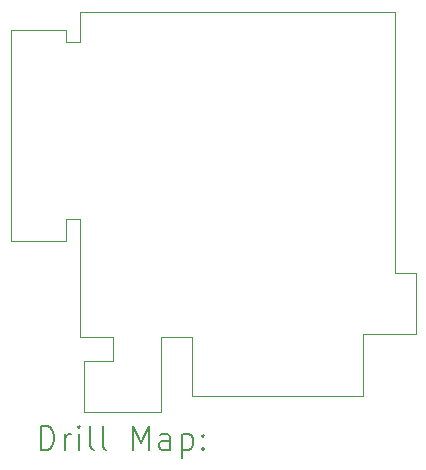
<source format=gbr>
%TF.GenerationSoftware,KiCad,Pcbnew,7.0.7*%
%TF.CreationDate,2024-01-13T12:59:27-05:00*%
%TF.ProjectId,sx7_footprints,7378375f-666f-46f7-9470-72696e74732e,rev?*%
%TF.SameCoordinates,Original*%
%TF.FileFunction,Drillmap*%
%TF.FilePolarity,Positive*%
%FSLAX45Y45*%
G04 Gerber Fmt 4.5, Leading zero omitted, Abs format (unit mm)*
G04 Created by KiCad (PCBNEW 7.0.7) date 2024-01-13 12:59:27*
%MOMM*%
%LPD*%
G01*
G04 APERTURE LIST*
%ADD10C,0.100000*%
%ADD11C,0.200000*%
G04 APERTURE END LIST*
D10*
X13766800Y-9906000D02*
X14033500Y-9906000D01*
X13766800Y-10541000D02*
X13766800Y-9906000D01*
X13119100Y-10541000D02*
X13766800Y-10541000D01*
X13119100Y-10109200D02*
X13119100Y-10541000D01*
X13360400Y-10109200D02*
X13119100Y-10109200D01*
X13360400Y-9906000D02*
X13360400Y-10109200D01*
X13081000Y-9906000D02*
X13360400Y-9906000D01*
X14033500Y-9906000D02*
X14033500Y-10375900D01*
X13081000Y-7150100D02*
X15748000Y-7150100D01*
X12966700Y-7302500D02*
X12496800Y-7302500D01*
X14033500Y-10401300D02*
X14808200Y-10401300D01*
X12966700Y-9093200D02*
X12966700Y-8902700D01*
X12496800Y-9093200D02*
X12966700Y-9093200D01*
X12496800Y-7302500D02*
X12496800Y-7327900D01*
X15481300Y-10172700D02*
X15481300Y-9880600D01*
X15925800Y-9359900D02*
X15748000Y-9359900D01*
X14033500Y-10375900D02*
X14033500Y-10401300D01*
X12966700Y-7302500D02*
X12966700Y-7404100D01*
X14808200Y-10401300D02*
X15481300Y-10401300D01*
X15481300Y-9880600D02*
X15925800Y-9880600D01*
X13081000Y-7404100D02*
X13081000Y-7150100D01*
X13081000Y-8902700D02*
X13081000Y-9906000D01*
X12496800Y-7327900D02*
X12496800Y-9093200D01*
X12966700Y-7404100D02*
X13081000Y-7404100D01*
X12966700Y-8902700D02*
X13081000Y-8902700D01*
X15748000Y-9359900D02*
X15748000Y-7150100D01*
X15481300Y-10401300D02*
X15481300Y-10172700D01*
X15925800Y-9880600D02*
X15925800Y-9359900D01*
D11*
X12752577Y-10857484D02*
X12752577Y-10657484D01*
X12752577Y-10657484D02*
X12800196Y-10657484D01*
X12800196Y-10657484D02*
X12828767Y-10667008D01*
X12828767Y-10667008D02*
X12847815Y-10686055D01*
X12847815Y-10686055D02*
X12857339Y-10705103D01*
X12857339Y-10705103D02*
X12866862Y-10743198D01*
X12866862Y-10743198D02*
X12866862Y-10771770D01*
X12866862Y-10771770D02*
X12857339Y-10809865D01*
X12857339Y-10809865D02*
X12847815Y-10828912D01*
X12847815Y-10828912D02*
X12828767Y-10847960D01*
X12828767Y-10847960D02*
X12800196Y-10857484D01*
X12800196Y-10857484D02*
X12752577Y-10857484D01*
X12952577Y-10857484D02*
X12952577Y-10724150D01*
X12952577Y-10762246D02*
X12962101Y-10743198D01*
X12962101Y-10743198D02*
X12971624Y-10733674D01*
X12971624Y-10733674D02*
X12990672Y-10724150D01*
X12990672Y-10724150D02*
X13009720Y-10724150D01*
X13076386Y-10857484D02*
X13076386Y-10724150D01*
X13076386Y-10657484D02*
X13066862Y-10667008D01*
X13066862Y-10667008D02*
X13076386Y-10676531D01*
X13076386Y-10676531D02*
X13085910Y-10667008D01*
X13085910Y-10667008D02*
X13076386Y-10657484D01*
X13076386Y-10657484D02*
X13076386Y-10676531D01*
X13200196Y-10857484D02*
X13181148Y-10847960D01*
X13181148Y-10847960D02*
X13171624Y-10828912D01*
X13171624Y-10828912D02*
X13171624Y-10657484D01*
X13304958Y-10857484D02*
X13285910Y-10847960D01*
X13285910Y-10847960D02*
X13276386Y-10828912D01*
X13276386Y-10828912D02*
X13276386Y-10657484D01*
X13533529Y-10857484D02*
X13533529Y-10657484D01*
X13533529Y-10657484D02*
X13600196Y-10800341D01*
X13600196Y-10800341D02*
X13666862Y-10657484D01*
X13666862Y-10657484D02*
X13666862Y-10857484D01*
X13847815Y-10857484D02*
X13847815Y-10752722D01*
X13847815Y-10752722D02*
X13838291Y-10733674D01*
X13838291Y-10733674D02*
X13819243Y-10724150D01*
X13819243Y-10724150D02*
X13781148Y-10724150D01*
X13781148Y-10724150D02*
X13762101Y-10733674D01*
X13847815Y-10847960D02*
X13828767Y-10857484D01*
X13828767Y-10857484D02*
X13781148Y-10857484D01*
X13781148Y-10857484D02*
X13762101Y-10847960D01*
X13762101Y-10847960D02*
X13752577Y-10828912D01*
X13752577Y-10828912D02*
X13752577Y-10809865D01*
X13752577Y-10809865D02*
X13762101Y-10790817D01*
X13762101Y-10790817D02*
X13781148Y-10781293D01*
X13781148Y-10781293D02*
X13828767Y-10781293D01*
X13828767Y-10781293D02*
X13847815Y-10771770D01*
X13943053Y-10724150D02*
X13943053Y-10924150D01*
X13943053Y-10733674D02*
X13962101Y-10724150D01*
X13962101Y-10724150D02*
X14000196Y-10724150D01*
X14000196Y-10724150D02*
X14019243Y-10733674D01*
X14019243Y-10733674D02*
X14028767Y-10743198D01*
X14028767Y-10743198D02*
X14038291Y-10762246D01*
X14038291Y-10762246D02*
X14038291Y-10819389D01*
X14038291Y-10819389D02*
X14028767Y-10838436D01*
X14028767Y-10838436D02*
X14019243Y-10847960D01*
X14019243Y-10847960D02*
X14000196Y-10857484D01*
X14000196Y-10857484D02*
X13962101Y-10857484D01*
X13962101Y-10857484D02*
X13943053Y-10847960D01*
X14124005Y-10838436D02*
X14133529Y-10847960D01*
X14133529Y-10847960D02*
X14124005Y-10857484D01*
X14124005Y-10857484D02*
X14114482Y-10847960D01*
X14114482Y-10847960D02*
X14124005Y-10838436D01*
X14124005Y-10838436D02*
X14124005Y-10857484D01*
X14124005Y-10733674D02*
X14133529Y-10743198D01*
X14133529Y-10743198D02*
X14124005Y-10752722D01*
X14124005Y-10752722D02*
X14114482Y-10743198D01*
X14114482Y-10743198D02*
X14124005Y-10733674D01*
X14124005Y-10733674D02*
X14124005Y-10752722D01*
M02*

</source>
